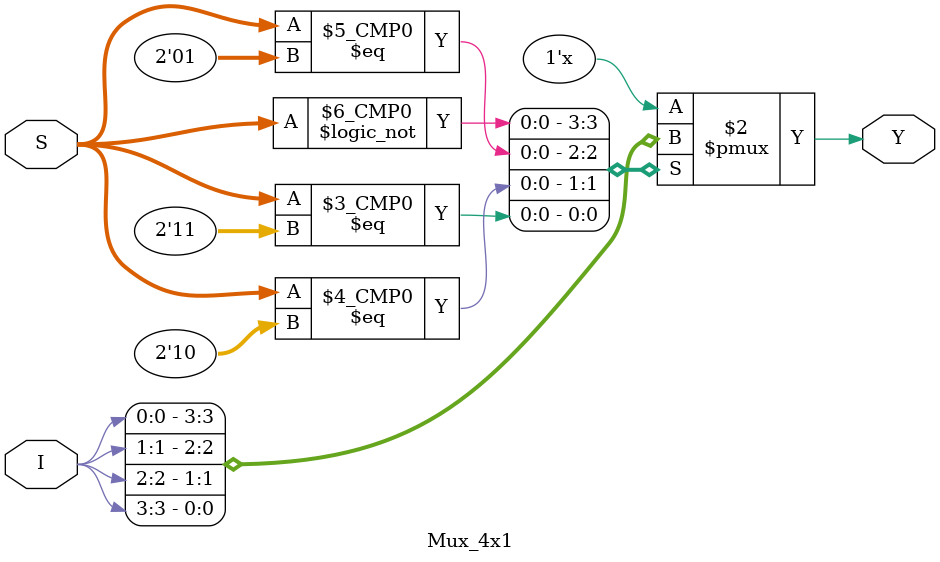
<source format=v>
module Mux_4x1(
    input  [3:0] I,
    input  [1:0] S,
    output reg Y
);

always @(*) begin
    case(S)
        2'b00 : Y = I[0];
        2'b01 : Y = I[1];
        2'b10 : Y = I[2];
        2'b11 : Y = I[3];
        default : Y = 1'b0;
    endcase
end

endmodule

</source>
